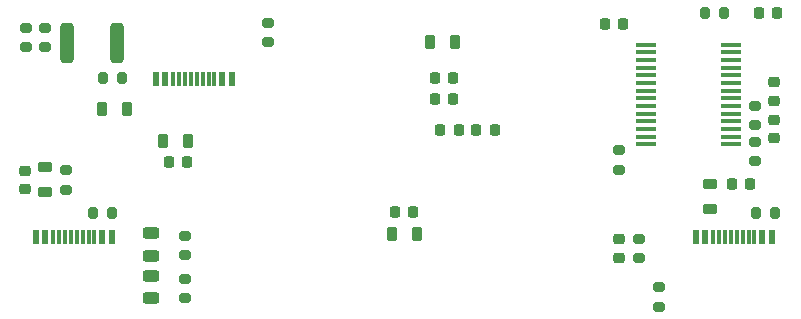
<source format=gbr>
%TF.GenerationSoftware,KiCad,Pcbnew,9.0.0*%
%TF.CreationDate,2025-03-31T17:07:40+02:00*%
%TF.ProjectId,Project Hub,50726f6a-6563-4742-9048-75622e6b6963,rev?*%
%TF.SameCoordinates,Original*%
%TF.FileFunction,Paste,Top*%
%TF.FilePolarity,Positive*%
%FSLAX46Y46*%
G04 Gerber Fmt 4.6, Leading zero omitted, Abs format (unit mm)*
G04 Created by KiCad (PCBNEW 9.0.0) date 2025-03-31 17:07:40*
%MOMM*%
%LPD*%
G01*
G04 APERTURE LIST*
G04 Aperture macros list*
%AMRoundRect*
0 Rectangle with rounded corners*
0 $1 Rounding radius*
0 $2 $3 $4 $5 $6 $7 $8 $9 X,Y pos of 4 corners*
0 Add a 4 corners polygon primitive as box body*
4,1,4,$2,$3,$4,$5,$6,$7,$8,$9,$2,$3,0*
0 Add four circle primitives for the rounded corners*
1,1,$1+$1,$2,$3*
1,1,$1+$1,$4,$5*
1,1,$1+$1,$6,$7*
1,1,$1+$1,$8,$9*
0 Add four rect primitives between the rounded corners*
20,1,$1+$1,$2,$3,$4,$5,0*
20,1,$1+$1,$4,$5,$6,$7,0*
20,1,$1+$1,$6,$7,$8,$9,0*
20,1,$1+$1,$8,$9,$2,$3,0*%
G04 Aperture macros list end*
%ADD10RoundRect,0.225000X0.225000X0.250000X-0.225000X0.250000X-0.225000X-0.250000X0.225000X-0.250000X0*%
%ADD11RoundRect,0.200000X0.275000X-0.200000X0.275000X0.200000X-0.275000X0.200000X-0.275000X-0.200000X0*%
%ADD12R,0.600000X1.160000*%
%ADD13R,0.300000X1.160000*%
%ADD14RoundRect,0.225000X-0.225000X-0.250000X0.225000X-0.250000X0.225000X0.250000X-0.225000X0.250000X0*%
%ADD15RoundRect,0.200000X-0.275000X0.200000X-0.275000X-0.200000X0.275000X-0.200000X0.275000X0.200000X0*%
%ADD16R,1.750000X0.450000*%
%ADD17RoundRect,0.200000X-0.200000X-0.275000X0.200000X-0.275000X0.200000X0.275000X-0.200000X0.275000X0*%
%ADD18RoundRect,0.218750X0.381250X-0.218750X0.381250X0.218750X-0.381250X0.218750X-0.381250X-0.218750X0*%
%ADD19RoundRect,0.200000X0.200000X0.275000X-0.200000X0.275000X-0.200000X-0.275000X0.200000X-0.275000X0*%
%ADD20RoundRect,0.218750X0.218750X0.381250X-0.218750X0.381250X-0.218750X-0.381250X0.218750X-0.381250X0*%
%ADD21RoundRect,0.243750X0.456250X-0.243750X0.456250X0.243750X-0.456250X0.243750X-0.456250X-0.243750X0*%
%ADD22RoundRect,0.225000X-0.250000X0.225000X-0.250000X-0.225000X0.250000X-0.225000X0.250000X0.225000X0*%
%ADD23RoundRect,0.250000X0.312500X1.450000X-0.312500X1.450000X-0.312500X-1.450000X0.312500X-1.450000X0*%
%ADD24RoundRect,0.225000X0.250000X-0.225000X0.250000X0.225000X-0.250000X0.225000X-0.250000X-0.225000X0*%
%ADD25RoundRect,0.218750X-0.218750X-0.381250X0.218750X-0.381250X0.218750X0.381250X-0.218750X0.381250X0*%
G04 APERTURE END LIST*
D10*
%TO.C,C2*%
X55334200Y-95859600D03*
X53784200Y-95859600D03*
%TD*%
D11*
%TO.C,R13*%
X55168800Y-107442000D03*
X55168800Y-105792000D03*
%TD*%
D12*
%TO.C,USB3*%
X59080000Y-88870000D03*
X58280000Y-88870000D03*
D13*
X57130000Y-88870000D03*
X56130000Y-88870000D03*
X55630000Y-88870000D03*
X54630000Y-88870000D03*
D12*
X53480000Y-88870000D03*
X52680000Y-88870000D03*
X52680000Y-88870000D03*
X53480000Y-88870000D03*
D13*
X54130000Y-88870000D03*
X55130000Y-88870000D03*
X56630000Y-88870000D03*
X57630000Y-88870000D03*
D12*
X58280000Y-88870000D03*
X59080000Y-88870000D03*
%TD*%
D11*
%TO.C,R5*%
X103378000Y-95821000D03*
X103378000Y-94171000D03*
%TD*%
%TO.C,R8*%
X43307000Y-86169000D03*
X43307000Y-84519000D03*
%TD*%
%TO.C,R1*%
X62140000Y-85745000D03*
X62140000Y-84095000D03*
%TD*%
D14*
%TO.C,C8*%
X101460000Y-97790000D03*
X103010000Y-97790000D03*
%TD*%
D15*
%TO.C,R9*%
X41656000Y-84519000D03*
X41656000Y-86169000D03*
%TD*%
D14*
%TO.C,C6*%
X76314000Y-88773000D03*
X77864000Y-88773000D03*
%TD*%
D15*
%TO.C,R10*%
X95250000Y-106490000D03*
X95250000Y-108140000D03*
%TD*%
D11*
%TO.C,R3*%
X93573600Y-104037600D03*
X93573600Y-102387600D03*
%TD*%
D16*
%TO.C,U1*%
X94190000Y-85945000D03*
X94190000Y-86595000D03*
X94190000Y-87245000D03*
X94190000Y-87895000D03*
X94190000Y-88545000D03*
X94190000Y-89195000D03*
X94190000Y-89845000D03*
X94190000Y-90495000D03*
X94190000Y-91145000D03*
X94190000Y-91795000D03*
X94190000Y-92445000D03*
X94190000Y-93095000D03*
X94190000Y-93745000D03*
X94190000Y-94395000D03*
X101390000Y-94395000D03*
X101390000Y-93745000D03*
X101390000Y-93095000D03*
X101390000Y-92445000D03*
X101390000Y-91795000D03*
X101390000Y-91145000D03*
X101390000Y-90495000D03*
X101390000Y-89845000D03*
X101390000Y-89195000D03*
X101390000Y-88545000D03*
X101390000Y-87895000D03*
X101390000Y-87245000D03*
X101390000Y-86595000D03*
X101390000Y-85945000D03*
%TD*%
D17*
%TO.C,R11*%
X103442000Y-100203000D03*
X105092000Y-100203000D03*
%TD*%
D10*
%TO.C,C7*%
X77864000Y-90551000D03*
X76314000Y-90551000D03*
%TD*%
D18*
%TO.C,FB4*%
X43307000Y-98471500D03*
X43307000Y-96346500D03*
%TD*%
D19*
%TO.C,R2*%
X49815000Y-88820000D03*
X48165000Y-88820000D03*
%TD*%
%TO.C,R7*%
X100774000Y-83312000D03*
X99124000Y-83312000D03*
%TD*%
D20*
%TO.C,FB2*%
X74773300Y-102006400D03*
X72648300Y-102006400D03*
%TD*%
%TO.C,L1*%
X50252500Y-91440000D03*
X48127500Y-91440000D03*
%TD*%
D10*
%TO.C,C9*%
X105270600Y-83312000D03*
X103720600Y-83312000D03*
%TD*%
D21*
%TO.C,D1*%
X52273200Y-103807500D03*
X52273200Y-101932500D03*
%TD*%
D22*
%TO.C,C1*%
X105029000Y-92316000D03*
X105029000Y-93866000D03*
%TD*%
D10*
%TO.C,C11*%
X81356800Y-93167200D03*
X79806800Y-93167200D03*
%TD*%
D12*
%TO.C,USB4*%
X98400000Y-102279000D03*
X99200000Y-102279000D03*
D13*
X100350000Y-102279000D03*
X101350000Y-102279000D03*
X101850000Y-102279000D03*
X102850000Y-102279000D03*
D12*
X104000000Y-102279000D03*
X104800000Y-102279000D03*
X104800000Y-102279000D03*
X104000000Y-102279000D03*
D13*
X103350000Y-102279000D03*
X102350000Y-102279000D03*
X100850000Y-102279000D03*
X99850000Y-102279000D03*
D12*
X99200000Y-102279000D03*
X98400000Y-102279000D03*
%TD*%
D14*
%TO.C,C12*%
X76745800Y-93167200D03*
X78295800Y-93167200D03*
%TD*%
D22*
%TO.C,C5*%
X105029000Y-89141000D03*
X105029000Y-90691000D03*
%TD*%
D23*
%TO.C,F1*%
X49381500Y-85852000D03*
X45106500Y-85852000D03*
%TD*%
D24*
%TO.C,C13*%
X41562000Y-98184000D03*
X41562000Y-96634000D03*
%TD*%
D18*
%TO.C,FB3*%
X99568000Y-99868500D03*
X99568000Y-97743500D03*
%TD*%
D15*
%TO.C,R4*%
X91846400Y-94882200D03*
X91846400Y-96532200D03*
%TD*%
D25*
%TO.C,L2*%
X75899500Y-85750400D03*
X78024500Y-85750400D03*
%TD*%
D11*
%TO.C,R12*%
X55168800Y-103796600D03*
X55168800Y-102146600D03*
%TD*%
D10*
%TO.C,C3*%
X74435000Y-100126800D03*
X72885000Y-100126800D03*
%TD*%
D22*
%TO.C,C4*%
X91846400Y-102437600D03*
X91846400Y-103987600D03*
%TD*%
D17*
%TO.C,R15*%
X47308000Y-100203000D03*
X48958000Y-100203000D03*
%TD*%
D20*
%TO.C,FB1*%
X55367700Y-94081600D03*
X53242700Y-94081600D03*
%TD*%
D10*
%TO.C,C10*%
X92215000Y-84175600D03*
X90665000Y-84175600D03*
%TD*%
D11*
%TO.C,R14*%
X45085000Y-98234000D03*
X45085000Y-96584000D03*
%TD*%
D21*
%TO.C,D2*%
X52273200Y-107414300D03*
X52273200Y-105539300D03*
%TD*%
D12*
%TO.C,USB5*%
X42520000Y-102279000D03*
X43320000Y-102279000D03*
D13*
X44470000Y-102279000D03*
X45470000Y-102279000D03*
X45970000Y-102279000D03*
X46970000Y-102279000D03*
D12*
X48120000Y-102279000D03*
X48920000Y-102279000D03*
X48920000Y-102279000D03*
X48120000Y-102279000D03*
D13*
X47470000Y-102279000D03*
X46470000Y-102279000D03*
X44970000Y-102279000D03*
X43970000Y-102279000D03*
D12*
X43320000Y-102279000D03*
X42520000Y-102279000D03*
%TD*%
D15*
%TO.C,R6*%
X103378000Y-91123000D03*
X103378000Y-92773000D03*
%TD*%
M02*

</source>
